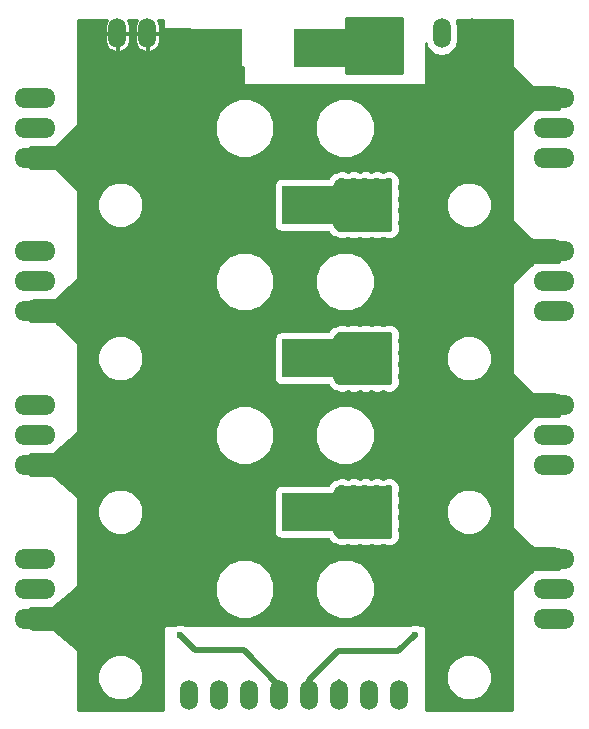
<source format=gbr>
G04 #@! TF.FileFunction,Copper,L2,Bot,Signal*
%FSLAX46Y46*%
G04 Gerber Fmt 4.6, Leading zero omitted, Abs format (unit mm)*
G04 Created by KiCad (PCBNEW 4.0.4-stable) date 11/29/17 11:53:15*
%MOMM*%
%LPD*%
G01*
G04 APERTURE LIST*
%ADD10C,0.100000*%
%ADD11O,3.500120X1.699260*%
%ADD12O,1.520000X2.520000*%
%ADD13R,4.500000X3.300000*%
%ADD14C,0.600000*%
%ADD15C,2.000000*%
%ADD16C,0.250000*%
%ADD17C,0.350000*%
%ADD18C,0.500000*%
%ADD19C,0.254000*%
G04 APERTURE END LIST*
D10*
D11*
X177000000Y-93000000D03*
X177000000Y-95540000D03*
X177000000Y-90460000D03*
X177000000Y-80000000D03*
X177000000Y-82540000D03*
X177000000Y-77460000D03*
X133000000Y-80000000D03*
X133000000Y-77460000D03*
X133000000Y-82540000D03*
D12*
X140000000Y-72000000D03*
X142540000Y-72000000D03*
X170000000Y-72000000D03*
X167460000Y-72000000D03*
D11*
X177000000Y-119000000D03*
X177000000Y-121540000D03*
X177000000Y-116460000D03*
X177000000Y-106000000D03*
X177000000Y-108540000D03*
X177000000Y-103460000D03*
X133000000Y-93000000D03*
X133000000Y-90460000D03*
X133000000Y-95540000D03*
X133000000Y-106000000D03*
X133000000Y-103460000D03*
X133000000Y-108540000D03*
X133000000Y-119000000D03*
X133000000Y-116460000D03*
X133000000Y-121540000D03*
D12*
X146100000Y-128000000D03*
X148640000Y-128000000D03*
X151180000Y-128000000D03*
X153720000Y-128000000D03*
X156260000Y-128000000D03*
X158800000Y-128000000D03*
X161340000Y-128000000D03*
X163880000Y-128000000D03*
D13*
X157150000Y-73250000D03*
X148350000Y-73250000D03*
X156150000Y-86500000D03*
X147350000Y-86500000D03*
X156150000Y-99500000D03*
X147350000Y-99500000D03*
X156150000Y-112500000D03*
X147350000Y-112500000D03*
D14*
X142900000Y-77500000D03*
X142000000Y-77500000D03*
X141100000Y-77500000D03*
X141900000Y-93000000D03*
X141900000Y-106100000D03*
X141900000Y-119100000D03*
X168100000Y-119100000D03*
X169000000Y-119100000D03*
X169900000Y-119100000D03*
X168100000Y-80000000D03*
X169000000Y-80000000D03*
X169900000Y-80000000D03*
X168100000Y-93100000D03*
X169000000Y-93100000D03*
X169900000Y-93100000D03*
X168100000Y-106100000D03*
X169000000Y-106100000D03*
X169900000Y-106100000D03*
X140100000Y-93000000D03*
X141000000Y-93000000D03*
X141000000Y-106100000D03*
X140100000Y-106100000D03*
X140100000Y-119100000D03*
X141000000Y-119100000D03*
X159000000Y-114500000D03*
X160000000Y-114500000D03*
X161000000Y-114500000D03*
X162000000Y-114500000D03*
X163000000Y-114500000D03*
X163000000Y-113500000D03*
X163000000Y-112500000D03*
X163000000Y-111500000D03*
X163000000Y-110500000D03*
X162000000Y-110500000D03*
X161000000Y-110500000D03*
X160000000Y-110500000D03*
X159000000Y-110500000D03*
X159000000Y-111500000D03*
X160000000Y-111500000D03*
X161000000Y-111500000D03*
X162000000Y-111500000D03*
X162000000Y-112500000D03*
X161000000Y-112500000D03*
X160000000Y-112500000D03*
X159000000Y-112500000D03*
X159000000Y-113500000D03*
X160000000Y-113500000D03*
X161000000Y-113500000D03*
X162000000Y-113500000D03*
X159000000Y-101500000D03*
X160000000Y-101500000D03*
X161000000Y-101500000D03*
X162000000Y-101500000D03*
X163000000Y-101500000D03*
X163000000Y-100500000D03*
X163000000Y-99500000D03*
X163000000Y-98500000D03*
X163000000Y-97500000D03*
X162000000Y-97500000D03*
X161000000Y-97500000D03*
X160000000Y-97500000D03*
X159000000Y-97500000D03*
X159000000Y-98500000D03*
X160000000Y-98500000D03*
X161000000Y-98500000D03*
X162000000Y-98500000D03*
X162000000Y-99500000D03*
X161000000Y-99500000D03*
X160000000Y-99500000D03*
X159000000Y-99500000D03*
X159000000Y-100500000D03*
X160000000Y-100500000D03*
X161000000Y-100500000D03*
X162000000Y-100500000D03*
X163000000Y-88500000D03*
X163000000Y-87500000D03*
X163000000Y-86500000D03*
X163000000Y-85500000D03*
X163000000Y-84500000D03*
X162000000Y-84500000D03*
X161000000Y-84500000D03*
X160000000Y-84500000D03*
X159000000Y-84500000D03*
X162000000Y-88500000D03*
X159000000Y-88500000D03*
X160000000Y-88500000D03*
X161000000Y-88500000D03*
X159000000Y-85500000D03*
X160000000Y-85500000D03*
X161000000Y-85500000D03*
X162000000Y-85500000D03*
X162000000Y-86500000D03*
X161000000Y-86500000D03*
X160000000Y-86500000D03*
X159000000Y-86500000D03*
X159000000Y-87500000D03*
X160000000Y-87500000D03*
X161000000Y-87500000D03*
X162000000Y-87500000D03*
X163750000Y-75000000D03*
X163750000Y-74000000D03*
X163750000Y-73000000D03*
X163750000Y-72000000D03*
X163750000Y-71000000D03*
X159750000Y-71000000D03*
X160750000Y-71000000D03*
X161750000Y-71000000D03*
X162750000Y-71000000D03*
X159750000Y-75000000D03*
X161750000Y-75000000D03*
X160750000Y-75000000D03*
X162750000Y-75000000D03*
X162750000Y-73000000D03*
X161750000Y-73000000D03*
X160750000Y-73000000D03*
X159750000Y-73000000D03*
X159750000Y-74000000D03*
X160750000Y-74000000D03*
X161750000Y-74000000D03*
X162750000Y-74000000D03*
X159750000Y-72000000D03*
X160750000Y-72000000D03*
X161750000Y-72000000D03*
X162750000Y-72000000D03*
X165200000Y-122900000D03*
X145300000Y-122900000D03*
D15*
X177000000Y-90460000D02*
X172540000Y-90460000D01*
X172540000Y-90460000D02*
X172500000Y-90500000D01*
D16*
X142000000Y-77500000D02*
X142900000Y-77500000D01*
X142000000Y-77500000D02*
X141100000Y-77500000D01*
X141000000Y-93000000D02*
X141900000Y-93000000D01*
X141000000Y-106100000D02*
X141900000Y-106100000D01*
X141000000Y-119100000D02*
X141900000Y-119100000D01*
X169000000Y-119100000D02*
X168100000Y-119100000D01*
X169000000Y-119100000D02*
X169900000Y-119100000D01*
X169000000Y-80000000D02*
X168100000Y-80000000D01*
X169000000Y-80000000D02*
X169900000Y-80000000D01*
X169000000Y-93100000D02*
X168100000Y-93100000D01*
X169000000Y-93100000D02*
X169900000Y-93100000D01*
X169000000Y-106100000D02*
X168100000Y-106100000D01*
X169000000Y-106100000D02*
X169900000Y-106100000D01*
D15*
X133000000Y-82540000D02*
X137710000Y-82540000D01*
X137710000Y-82540000D02*
X137750000Y-82500000D01*
D16*
X141000000Y-93000000D02*
X140100000Y-93000000D01*
X141000000Y-106100000D02*
X142000000Y-106100000D01*
X141000000Y-106100000D02*
X140100000Y-106100000D01*
X141000000Y-106100000D02*
X142000000Y-106100000D01*
X141000000Y-119100000D02*
X140100000Y-119100000D01*
X148350000Y-73250000D02*
X146000000Y-73250000D01*
X144750000Y-72000000D02*
X142540000Y-72000000D01*
X146000000Y-73250000D02*
X144750000Y-72000000D01*
D15*
X177000000Y-77460000D02*
X172290000Y-77460000D01*
X172290000Y-77460000D02*
X172250000Y-77500000D01*
X133000000Y-108540000D02*
X137210000Y-108540000D01*
X137210000Y-108540000D02*
X137250000Y-108500000D01*
X133000000Y-121540000D02*
X137960000Y-121540000D01*
X137960000Y-121540000D02*
X138000000Y-121500000D01*
X177000000Y-116460000D02*
X172290000Y-116460000D01*
X172290000Y-116460000D02*
X172250000Y-116500000D01*
X177000000Y-103460000D02*
X172460000Y-103460000D01*
X172460000Y-103460000D02*
X172250000Y-103250000D01*
X133000000Y-95540000D02*
X137460000Y-95540000D01*
X137460000Y-95540000D02*
X137500000Y-95500000D01*
D16*
X158500000Y-114500000D02*
X159000000Y-114500000D01*
X161000000Y-114500000D02*
X160000000Y-114500000D01*
X158500000Y-110500000D02*
X159000000Y-110500000D01*
X163000000Y-113500000D02*
X163000000Y-112500000D01*
X163000000Y-111500000D02*
X163000000Y-110500000D01*
X162000000Y-110500000D02*
X161000000Y-110500000D01*
X160000000Y-110500000D02*
X159000000Y-110500000D01*
X163000000Y-114500000D02*
X162000000Y-114500000D01*
X156150000Y-112500000D02*
X158000000Y-112500000D01*
X158000000Y-112500000D02*
X159000000Y-111500000D01*
X160000000Y-111500000D02*
X161000000Y-111500000D01*
X162000000Y-111500000D02*
X162000000Y-112500000D01*
X161000000Y-112500000D02*
X160000000Y-112500000D01*
X159000000Y-112500000D02*
X159000000Y-113500000D01*
X160000000Y-113500000D02*
X161000000Y-113500000D01*
X162000000Y-113500000D02*
X162000000Y-114500000D01*
X158500000Y-101500000D02*
X159000000Y-101500000D01*
X161000000Y-101500000D02*
X160000000Y-101500000D01*
X158500000Y-97500000D02*
X159000000Y-97500000D01*
X163000000Y-100500000D02*
X163000000Y-99500000D01*
X163000000Y-98500000D02*
X163000000Y-97500000D01*
X162000000Y-97500000D02*
X161000000Y-97500000D01*
X160000000Y-97500000D02*
X159000000Y-97500000D01*
X163000000Y-101500000D02*
X162000000Y-101500000D01*
X156150000Y-99500000D02*
X158000000Y-99500000D01*
X158000000Y-99500000D02*
X159000000Y-98500000D01*
X160000000Y-98500000D02*
X161000000Y-98500000D01*
X162000000Y-98500000D02*
X162000000Y-99500000D01*
X161000000Y-99500000D02*
X160000000Y-99500000D01*
X159000000Y-99500000D02*
X159000000Y-100500000D01*
X160000000Y-100500000D02*
X161000000Y-100500000D01*
X162000000Y-100500000D02*
X162000000Y-101500000D01*
X158500000Y-84500000D02*
X159000000Y-84500000D01*
X163000000Y-88500000D02*
X163000000Y-87500000D01*
X163000000Y-86500000D02*
X163000000Y-85500000D01*
X163000000Y-84500000D02*
X162000000Y-84500000D01*
X161000000Y-84500000D02*
X160000000Y-84500000D01*
X158500000Y-88500000D02*
X159000000Y-88500000D01*
X161000000Y-88500000D02*
X160000000Y-88500000D01*
X156150000Y-86250000D02*
X158250000Y-86250000D01*
X158250000Y-86250000D02*
X159000000Y-85500000D01*
X160000000Y-85500000D02*
X161000000Y-85500000D01*
X162000000Y-85500000D02*
X162000000Y-86500000D01*
X161000000Y-86500000D02*
X160000000Y-86500000D01*
X159000000Y-86500000D02*
X159000000Y-87500000D01*
X160000000Y-87500000D02*
X161000000Y-87500000D01*
X162000000Y-87500000D02*
X162000000Y-88500000D01*
D17*
X162750000Y-71000000D02*
X163750000Y-71000000D01*
X163750000Y-74000000D02*
X163750000Y-75000000D01*
X163750000Y-72000000D02*
X163750000Y-73000000D01*
X162750000Y-72000000D02*
X162750000Y-71000000D01*
X161750000Y-71000000D02*
X160750000Y-71000000D01*
D16*
X161750000Y-75000000D02*
X160750000Y-75000000D01*
X162750000Y-72000000D02*
X162750000Y-73000000D01*
X161750000Y-73000000D02*
X160750000Y-73000000D01*
X159750000Y-73000000D02*
X159750000Y-74000000D01*
X160750000Y-74000000D02*
X161750000Y-74000000D01*
X162750000Y-74000000D02*
X162750000Y-75000000D01*
X157150000Y-73500000D02*
X158250000Y-73500000D01*
X158250000Y-73500000D02*
X159750000Y-72000000D01*
X160750000Y-72000000D02*
X161750000Y-72000000D01*
D18*
X158800000Y-128000000D02*
X158800000Y-127200000D01*
X158800000Y-128000000D02*
X158800000Y-126950000D01*
X156260000Y-128000000D02*
X156260000Y-126740000D01*
X156260000Y-126740000D02*
X158700000Y-124300000D01*
X163800000Y-124300000D02*
X165200000Y-122900000D01*
X158700000Y-124300000D02*
X163800000Y-124300000D01*
X156260000Y-128000000D02*
X156260000Y-127490000D01*
X153720000Y-128000000D02*
X153720000Y-127220000D01*
X153720000Y-127220000D02*
X150700000Y-124200000D01*
X146600000Y-124200000D02*
X145300000Y-122900000D01*
X150700000Y-124200000D02*
X146600000Y-124200000D01*
X153720000Y-126970000D02*
X153720000Y-128000000D01*
X151180000Y-128000000D02*
X151180000Y-127430000D01*
D19*
G36*
X164123000Y-75373000D02*
X159377000Y-75373000D01*
X159377000Y-70710000D01*
X164123000Y-70710000D01*
X164123000Y-75373000D01*
X164123000Y-75373000D01*
G37*
X164123000Y-75373000D02*
X159377000Y-75373000D01*
X159377000Y-70710000D01*
X164123000Y-70710000D01*
X164123000Y-75373000D01*
G36*
X139002507Y-71059332D02*
X138909800Y-71474600D01*
X138909800Y-71974600D01*
X139974600Y-71974600D01*
X139974600Y-71954600D01*
X140025400Y-71954600D01*
X140025400Y-71974600D01*
X141090200Y-71974600D01*
X141090200Y-71474600D01*
X140997493Y-71059332D01*
X140869421Y-70877000D01*
X141670579Y-70877000D01*
X141542507Y-71059332D01*
X141449800Y-71474600D01*
X141449800Y-71974600D01*
X142514600Y-71974600D01*
X142514600Y-71954600D01*
X142565400Y-71954600D01*
X142565400Y-71974600D01*
X143630200Y-71974600D01*
X143630200Y-71474600D01*
X143537493Y-71059332D01*
X143409421Y-70877000D01*
X143873000Y-70877000D01*
X143873000Y-71500000D01*
X143883006Y-71549410D01*
X143911447Y-71591035D01*
X143953841Y-71618315D01*
X144000000Y-71627000D01*
X146123000Y-71627000D01*
X146123000Y-74750000D01*
X146133006Y-74799410D01*
X146161447Y-74841035D01*
X146203841Y-74868315D01*
X146250000Y-74877000D01*
X150623000Y-74877000D01*
X150623000Y-76250000D01*
X150633006Y-76299410D01*
X150661447Y-76341035D01*
X150703841Y-76368315D01*
X150750000Y-76377000D01*
X166000000Y-76377000D01*
X166049410Y-76366994D01*
X166091035Y-76338553D01*
X166118315Y-76296159D01*
X166127000Y-76250000D01*
X166127000Y-72848820D01*
X166171188Y-73070968D01*
X166473586Y-73523539D01*
X166926157Y-73825937D01*
X167460000Y-73932125D01*
X167993843Y-73825937D01*
X168446414Y-73523539D01*
X168748812Y-73070968D01*
X168855000Y-72537125D01*
X168855000Y-71462875D01*
X168748812Y-70929032D01*
X168714045Y-70877000D01*
X173373000Y-70877000D01*
X173373000Y-74750000D01*
X173383006Y-74799410D01*
X173410197Y-74839803D01*
X175160197Y-76589803D01*
X175202211Y-76617666D01*
X175250000Y-76627000D01*
X177373000Y-76627000D01*
X177373000Y-78373000D01*
X175250000Y-78373000D01*
X175200590Y-78383006D01*
X175160197Y-78410197D01*
X173410197Y-80160197D01*
X173382334Y-80202211D01*
X173373000Y-80250000D01*
X173373000Y-87750000D01*
X173383006Y-87799410D01*
X173410197Y-87839803D01*
X175160197Y-89589803D01*
X175202211Y-89617666D01*
X175250000Y-89627000D01*
X177373000Y-89627000D01*
X177373000Y-91373000D01*
X175250000Y-91373000D01*
X175200590Y-91383006D01*
X175160197Y-91410197D01*
X173410197Y-93160197D01*
X173382334Y-93202211D01*
X173373000Y-93250000D01*
X173373000Y-100750000D01*
X173383006Y-100799410D01*
X173410197Y-100839803D01*
X175160197Y-102589803D01*
X175202211Y-102617666D01*
X175250000Y-102627000D01*
X177373000Y-102627000D01*
X177373000Y-104373000D01*
X175250000Y-104373000D01*
X175200590Y-104383006D01*
X175160197Y-104410197D01*
X173410197Y-106160197D01*
X173382334Y-106202211D01*
X173373000Y-106250000D01*
X173373000Y-113750000D01*
X173383006Y-113799410D01*
X173410197Y-113839803D01*
X175160197Y-115589803D01*
X175202211Y-115617666D01*
X175250000Y-115627000D01*
X177373000Y-115627000D01*
X177373000Y-117373000D01*
X175250000Y-117373000D01*
X175200590Y-117383006D01*
X175160197Y-117410197D01*
X173410197Y-119160197D01*
X173382334Y-119202211D01*
X173373000Y-119250000D01*
X173373000Y-129290000D01*
X166127000Y-129290000D01*
X166127000Y-126883207D01*
X167814665Y-126883207D01*
X168108630Y-127594658D01*
X168652479Y-128139457D01*
X169363416Y-128434663D01*
X170133207Y-128435335D01*
X170844658Y-128141370D01*
X171389457Y-127597521D01*
X171684663Y-126886584D01*
X171685335Y-126116793D01*
X171391370Y-125405342D01*
X170847521Y-124860543D01*
X170136584Y-124565337D01*
X169366793Y-124564665D01*
X168655342Y-124858630D01*
X168110543Y-125402479D01*
X167815337Y-126113416D01*
X167814665Y-126883207D01*
X166127000Y-126883207D01*
X166127000Y-123105675D01*
X166134838Y-123086799D01*
X166135162Y-122714833D01*
X166127000Y-122695079D01*
X166127000Y-122250000D01*
X166116994Y-122200590D01*
X166088553Y-122158965D01*
X166046159Y-122131685D01*
X166000000Y-122123000D01*
X165745493Y-122123000D01*
X165730327Y-122107808D01*
X165386799Y-121965162D01*
X165014833Y-121964838D01*
X164671057Y-122106883D01*
X164654912Y-122123000D01*
X145845493Y-122123000D01*
X145830327Y-122107808D01*
X145486799Y-121965162D01*
X145114833Y-121964838D01*
X144771057Y-122106883D01*
X144754912Y-122123000D01*
X144000000Y-122123000D01*
X143950590Y-122133006D01*
X143908965Y-122161447D01*
X143881685Y-122203841D01*
X143873000Y-122250000D01*
X143873000Y-129290000D01*
X136627000Y-129290000D01*
X136627000Y-126883207D01*
X138314665Y-126883207D01*
X138608630Y-127594658D01*
X139152479Y-128139457D01*
X139863416Y-128434663D01*
X140633207Y-128435335D01*
X141344658Y-128141370D01*
X141889457Y-127597521D01*
X142184663Y-126886584D01*
X142185335Y-126116793D01*
X141891370Y-125405342D01*
X141347521Y-124860543D01*
X140636584Y-124565337D01*
X139866793Y-124564665D01*
X139155342Y-124858630D01*
X138610543Y-125402479D01*
X138315337Y-126113416D01*
X138314665Y-126883207D01*
X136627000Y-126883207D01*
X136627000Y-124250000D01*
X136616994Y-124200590D01*
X136583630Y-124154423D01*
X134583630Y-122404423D01*
X134539856Y-122379416D01*
X134500000Y-122373000D01*
X132627000Y-122373000D01*
X132627000Y-120627000D01*
X134500000Y-120627000D01*
X134549410Y-120616994D01*
X134583630Y-120595577D01*
X135833415Y-119502015D01*
X148228641Y-119502015D01*
X148613746Y-120434041D01*
X149326208Y-121147748D01*
X150257561Y-121534479D01*
X151266015Y-121535359D01*
X152198041Y-121150254D01*
X152911748Y-120437792D01*
X153298479Y-119506439D01*
X153298482Y-119502015D01*
X156700641Y-119502015D01*
X157085746Y-120434041D01*
X157798208Y-121147748D01*
X158729561Y-121534479D01*
X159738015Y-121535359D01*
X160670041Y-121150254D01*
X161383748Y-120437792D01*
X161770479Y-119506439D01*
X161771359Y-118497985D01*
X161386254Y-117565959D01*
X160673792Y-116852252D01*
X159742439Y-116465521D01*
X158733985Y-116464641D01*
X157801959Y-116849746D01*
X157088252Y-117562208D01*
X156701521Y-118493561D01*
X156700641Y-119502015D01*
X153298482Y-119502015D01*
X153299359Y-118497985D01*
X152914254Y-117565959D01*
X152201792Y-116852252D01*
X151270439Y-116465521D01*
X150261985Y-116464641D01*
X149329959Y-116849746D01*
X148616252Y-117562208D01*
X148229521Y-118493561D01*
X148228641Y-119502015D01*
X135833415Y-119502015D01*
X136583630Y-118845577D01*
X136614226Y-118805510D01*
X136627000Y-118750000D01*
X136627000Y-112883207D01*
X138314665Y-112883207D01*
X138608630Y-113594658D01*
X139152479Y-114139457D01*
X139863416Y-114434663D01*
X140633207Y-114435335D01*
X141344658Y-114141370D01*
X141889457Y-113597521D01*
X142184663Y-112886584D01*
X142185335Y-112116793D01*
X141891370Y-111405342D01*
X141347521Y-110860543D01*
X141322131Y-110850000D01*
X153252560Y-110850000D01*
X153252560Y-114150000D01*
X153296838Y-114385317D01*
X153435910Y-114601441D01*
X153648110Y-114746431D01*
X153900000Y-114797440D01*
X157802263Y-114797440D01*
X157962599Y-115037401D01*
X158209161Y-115202148D01*
X158422061Y-115244497D01*
X158469673Y-115292192D01*
X158813201Y-115434838D01*
X159185167Y-115435162D01*
X159500351Y-115304931D01*
X159813201Y-115434838D01*
X160185167Y-115435162D01*
X160500351Y-115304931D01*
X160813201Y-115434838D01*
X161185167Y-115435162D01*
X161500351Y-115304931D01*
X161813201Y-115434838D01*
X162185167Y-115435162D01*
X162500351Y-115304931D01*
X162813201Y-115434838D01*
X163185167Y-115435162D01*
X163528943Y-115293117D01*
X163792192Y-115030327D01*
X163934838Y-114686799D01*
X163935162Y-114314833D01*
X163804931Y-113999649D01*
X163934838Y-113686799D01*
X163935162Y-113314833D01*
X163804931Y-112999649D01*
X163853282Y-112883207D01*
X167814665Y-112883207D01*
X168108630Y-113594658D01*
X168652479Y-114139457D01*
X169363416Y-114434663D01*
X170133207Y-114435335D01*
X170844658Y-114141370D01*
X171389457Y-113597521D01*
X171684663Y-112886584D01*
X171685335Y-112116793D01*
X171391370Y-111405342D01*
X170847521Y-110860543D01*
X170136584Y-110565337D01*
X169366793Y-110564665D01*
X168655342Y-110858630D01*
X168110543Y-111402479D01*
X167815337Y-112113416D01*
X167814665Y-112883207D01*
X163853282Y-112883207D01*
X163934838Y-112686799D01*
X163935162Y-112314833D01*
X163804931Y-111999649D01*
X163934838Y-111686799D01*
X163935162Y-111314833D01*
X163804931Y-110999649D01*
X163934838Y-110686799D01*
X163935162Y-110314833D01*
X163793117Y-109971057D01*
X163530327Y-109707808D01*
X163186799Y-109565162D01*
X162814833Y-109564838D01*
X162499649Y-109695069D01*
X162186799Y-109565162D01*
X161814833Y-109564838D01*
X161499649Y-109695069D01*
X161186799Y-109565162D01*
X160814833Y-109564838D01*
X160499649Y-109695069D01*
X160186799Y-109565162D01*
X159814833Y-109564838D01*
X159499649Y-109695069D01*
X159186799Y-109565162D01*
X158814833Y-109564838D01*
X158471057Y-109706883D01*
X158422424Y-109755431D01*
X158209161Y-109797852D01*
X157962599Y-109962599D01*
X157802263Y-110202560D01*
X153900000Y-110202560D01*
X153664683Y-110246838D01*
X153448559Y-110385910D01*
X153303569Y-110598110D01*
X153252560Y-110850000D01*
X141322131Y-110850000D01*
X140636584Y-110565337D01*
X139866793Y-110564665D01*
X139155342Y-110858630D01*
X138610543Y-111402479D01*
X138315337Y-112113416D01*
X138314665Y-112883207D01*
X136627000Y-112883207D01*
X136627000Y-111250000D01*
X136616994Y-111200590D01*
X136583630Y-111154423D01*
X134583630Y-109404423D01*
X134539856Y-109379416D01*
X134500000Y-109373000D01*
X132627000Y-109373000D01*
X132627000Y-107627000D01*
X134500000Y-107627000D01*
X134549410Y-107616994D01*
X134583630Y-107595577D01*
X135833415Y-106502015D01*
X148228641Y-106502015D01*
X148613746Y-107434041D01*
X149326208Y-108147748D01*
X150257561Y-108534479D01*
X151266015Y-108535359D01*
X152198041Y-108150254D01*
X152911748Y-107437792D01*
X153298479Y-106506439D01*
X153298482Y-106502015D01*
X156700641Y-106502015D01*
X157085746Y-107434041D01*
X157798208Y-108147748D01*
X158729561Y-108534479D01*
X159738015Y-108535359D01*
X160670041Y-108150254D01*
X161383748Y-107437792D01*
X161770479Y-106506439D01*
X161771359Y-105497985D01*
X161386254Y-104565959D01*
X160673792Y-103852252D01*
X159742439Y-103465521D01*
X158733985Y-103464641D01*
X157801959Y-103849746D01*
X157088252Y-104562208D01*
X156701521Y-105493561D01*
X156700641Y-106502015D01*
X153298482Y-106502015D01*
X153299359Y-105497985D01*
X152914254Y-104565959D01*
X152201792Y-103852252D01*
X151270439Y-103465521D01*
X150261985Y-103464641D01*
X149329959Y-103849746D01*
X148616252Y-104562208D01*
X148229521Y-105493561D01*
X148228641Y-106502015D01*
X135833415Y-106502015D01*
X136583630Y-105845577D01*
X136614226Y-105805510D01*
X136627000Y-105750000D01*
X136627000Y-99883207D01*
X138314665Y-99883207D01*
X138608630Y-100594658D01*
X139152479Y-101139457D01*
X139863416Y-101434663D01*
X140633207Y-101435335D01*
X141344658Y-101141370D01*
X141889457Y-100597521D01*
X142184663Y-99886584D01*
X142185335Y-99116793D01*
X141891370Y-98405342D01*
X141347521Y-97860543D01*
X141322131Y-97850000D01*
X153252560Y-97850000D01*
X153252560Y-101150000D01*
X153296838Y-101385317D01*
X153435910Y-101601441D01*
X153648110Y-101746431D01*
X153900000Y-101797440D01*
X157802263Y-101797440D01*
X157962599Y-102037401D01*
X158209161Y-102202148D01*
X158422061Y-102244497D01*
X158469673Y-102292192D01*
X158813201Y-102434838D01*
X159185167Y-102435162D01*
X159500351Y-102304931D01*
X159813201Y-102434838D01*
X160185167Y-102435162D01*
X160500351Y-102304931D01*
X160813201Y-102434838D01*
X161185167Y-102435162D01*
X161500351Y-102304931D01*
X161813201Y-102434838D01*
X162185167Y-102435162D01*
X162500351Y-102304931D01*
X162813201Y-102434838D01*
X163185167Y-102435162D01*
X163528943Y-102293117D01*
X163792192Y-102030327D01*
X163934838Y-101686799D01*
X163935162Y-101314833D01*
X163804931Y-100999649D01*
X163934838Y-100686799D01*
X163935162Y-100314833D01*
X163804931Y-99999649D01*
X163853282Y-99883207D01*
X167814665Y-99883207D01*
X168108630Y-100594658D01*
X168652479Y-101139457D01*
X169363416Y-101434663D01*
X170133207Y-101435335D01*
X170844658Y-101141370D01*
X171389457Y-100597521D01*
X171684663Y-99886584D01*
X171685335Y-99116793D01*
X171391370Y-98405342D01*
X170847521Y-97860543D01*
X170136584Y-97565337D01*
X169366793Y-97564665D01*
X168655342Y-97858630D01*
X168110543Y-98402479D01*
X167815337Y-99113416D01*
X167814665Y-99883207D01*
X163853282Y-99883207D01*
X163934838Y-99686799D01*
X163935162Y-99314833D01*
X163804931Y-98999649D01*
X163934838Y-98686799D01*
X163935162Y-98314833D01*
X163804931Y-97999649D01*
X163934838Y-97686799D01*
X163935162Y-97314833D01*
X163793117Y-96971057D01*
X163530327Y-96707808D01*
X163186799Y-96565162D01*
X162814833Y-96564838D01*
X162499649Y-96695069D01*
X162186799Y-96565162D01*
X161814833Y-96564838D01*
X161499649Y-96695069D01*
X161186799Y-96565162D01*
X160814833Y-96564838D01*
X160499649Y-96695069D01*
X160186799Y-96565162D01*
X159814833Y-96564838D01*
X159499649Y-96695069D01*
X159186799Y-96565162D01*
X158814833Y-96564838D01*
X158471057Y-96706883D01*
X158422424Y-96755431D01*
X158209161Y-96797852D01*
X157962599Y-96962599D01*
X157802263Y-97202560D01*
X153900000Y-97202560D01*
X153664683Y-97246838D01*
X153448559Y-97385910D01*
X153303569Y-97598110D01*
X153252560Y-97850000D01*
X141322131Y-97850000D01*
X140636584Y-97565337D01*
X139866793Y-97564665D01*
X139155342Y-97858630D01*
X138610543Y-98402479D01*
X138315337Y-99113416D01*
X138314665Y-99883207D01*
X136627000Y-99883207D01*
X136627000Y-98250000D01*
X136616994Y-98200590D01*
X136589803Y-98160197D01*
X134839803Y-96410197D01*
X134797789Y-96382334D01*
X134750000Y-96373000D01*
X132627000Y-96373000D01*
X132627000Y-94627000D01*
X134750000Y-94627000D01*
X134799410Y-94616994D01*
X134839803Y-94589803D01*
X135927591Y-93502015D01*
X148228641Y-93502015D01*
X148613746Y-94434041D01*
X149326208Y-95147748D01*
X150257561Y-95534479D01*
X151266015Y-95535359D01*
X152198041Y-95150254D01*
X152911748Y-94437792D01*
X153298479Y-93506439D01*
X153298482Y-93502015D01*
X156700641Y-93502015D01*
X157085746Y-94434041D01*
X157798208Y-95147748D01*
X158729561Y-95534479D01*
X159738015Y-95535359D01*
X160670041Y-95150254D01*
X161383748Y-94437792D01*
X161770479Y-93506439D01*
X161771359Y-92497985D01*
X161386254Y-91565959D01*
X160673792Y-90852252D01*
X159742439Y-90465521D01*
X158733985Y-90464641D01*
X157801959Y-90849746D01*
X157088252Y-91562208D01*
X156701521Y-92493561D01*
X156700641Y-93502015D01*
X153298482Y-93502015D01*
X153299359Y-92497985D01*
X152914254Y-91565959D01*
X152201792Y-90852252D01*
X151270439Y-90465521D01*
X150261985Y-90464641D01*
X149329959Y-90849746D01*
X148616252Y-91562208D01*
X148229521Y-92493561D01*
X148228641Y-93502015D01*
X135927591Y-93502015D01*
X136589803Y-92839803D01*
X136617666Y-92797789D01*
X136627000Y-92750000D01*
X136627000Y-86883207D01*
X138314665Y-86883207D01*
X138608630Y-87594658D01*
X139152479Y-88139457D01*
X139863416Y-88434663D01*
X140633207Y-88435335D01*
X141344658Y-88141370D01*
X141889457Y-87597521D01*
X142184663Y-86886584D01*
X142185335Y-86116793D01*
X141891370Y-85405342D01*
X141347521Y-84860543D01*
X141322131Y-84850000D01*
X153252560Y-84850000D01*
X153252560Y-88150000D01*
X153296838Y-88385317D01*
X153435910Y-88601441D01*
X153648110Y-88746431D01*
X153900000Y-88797440D01*
X157802263Y-88797440D01*
X157962599Y-89037401D01*
X158209161Y-89202148D01*
X158422061Y-89244497D01*
X158469673Y-89292192D01*
X158813201Y-89434838D01*
X159185167Y-89435162D01*
X159500351Y-89304931D01*
X159813201Y-89434838D01*
X160185167Y-89435162D01*
X160500351Y-89304931D01*
X160813201Y-89434838D01*
X161185167Y-89435162D01*
X161500351Y-89304931D01*
X161813201Y-89434838D01*
X162185167Y-89435162D01*
X162500351Y-89304931D01*
X162813201Y-89434838D01*
X163185167Y-89435162D01*
X163528943Y-89293117D01*
X163792192Y-89030327D01*
X163934838Y-88686799D01*
X163935162Y-88314833D01*
X163804931Y-87999649D01*
X163934838Y-87686799D01*
X163935162Y-87314833D01*
X163804931Y-86999649D01*
X163853282Y-86883207D01*
X167814665Y-86883207D01*
X168108630Y-87594658D01*
X168652479Y-88139457D01*
X169363416Y-88434663D01*
X170133207Y-88435335D01*
X170844658Y-88141370D01*
X171389457Y-87597521D01*
X171684663Y-86886584D01*
X171685335Y-86116793D01*
X171391370Y-85405342D01*
X170847521Y-84860543D01*
X170136584Y-84565337D01*
X169366793Y-84564665D01*
X168655342Y-84858630D01*
X168110543Y-85402479D01*
X167815337Y-86113416D01*
X167814665Y-86883207D01*
X163853282Y-86883207D01*
X163934838Y-86686799D01*
X163935162Y-86314833D01*
X163804931Y-85999649D01*
X163934838Y-85686799D01*
X163935162Y-85314833D01*
X163804931Y-84999649D01*
X163934838Y-84686799D01*
X163935162Y-84314833D01*
X163793117Y-83971057D01*
X163530327Y-83707808D01*
X163186799Y-83565162D01*
X162814833Y-83564838D01*
X162499649Y-83695069D01*
X162186799Y-83565162D01*
X161814833Y-83564838D01*
X161499649Y-83695069D01*
X161186799Y-83565162D01*
X160814833Y-83564838D01*
X160499649Y-83695069D01*
X160186799Y-83565162D01*
X159814833Y-83564838D01*
X159499649Y-83695069D01*
X159186799Y-83565162D01*
X158814833Y-83564838D01*
X158471057Y-83706883D01*
X158422424Y-83755431D01*
X158209161Y-83797852D01*
X157962599Y-83962599D01*
X157802263Y-84202560D01*
X153900000Y-84202560D01*
X153664683Y-84246838D01*
X153448559Y-84385910D01*
X153303569Y-84598110D01*
X153252560Y-84850000D01*
X141322131Y-84850000D01*
X140636584Y-84565337D01*
X139866793Y-84564665D01*
X139155342Y-84858630D01*
X138610543Y-85402479D01*
X138315337Y-86113416D01*
X138314665Y-86883207D01*
X136627000Y-86883207D01*
X136627000Y-85250000D01*
X136616994Y-85200590D01*
X136589803Y-85160197D01*
X134839803Y-83410197D01*
X134797789Y-83382334D01*
X134750000Y-83373000D01*
X132627000Y-83373000D01*
X132627000Y-81627000D01*
X134750000Y-81627000D01*
X134799410Y-81616994D01*
X134839803Y-81589803D01*
X135927591Y-80502015D01*
X148228641Y-80502015D01*
X148613746Y-81434041D01*
X149326208Y-82147748D01*
X150257561Y-82534479D01*
X151266015Y-82535359D01*
X152198041Y-82150254D01*
X152911748Y-81437792D01*
X153298479Y-80506439D01*
X153298482Y-80502015D01*
X156700641Y-80502015D01*
X157085746Y-81434041D01*
X157798208Y-82147748D01*
X158729561Y-82534479D01*
X159738015Y-82535359D01*
X160670041Y-82150254D01*
X161383748Y-81437792D01*
X161770479Y-80506439D01*
X161771359Y-79497985D01*
X161386254Y-78565959D01*
X160673792Y-77852252D01*
X159742439Y-77465521D01*
X158733985Y-77464641D01*
X157801959Y-77849746D01*
X157088252Y-78562208D01*
X156701521Y-79493561D01*
X156700641Y-80502015D01*
X153298482Y-80502015D01*
X153299359Y-79497985D01*
X152914254Y-78565959D01*
X152201792Y-77852252D01*
X151270439Y-77465521D01*
X150261985Y-77464641D01*
X149329959Y-77849746D01*
X148616252Y-78562208D01*
X148229521Y-79493561D01*
X148228641Y-80502015D01*
X135927591Y-80502015D01*
X136589803Y-79839803D01*
X136617666Y-79797789D01*
X136627000Y-79750000D01*
X136627000Y-72025400D01*
X138909800Y-72025400D01*
X138909800Y-72525400D01*
X139002507Y-72940668D01*
X139247073Y-73288848D01*
X139606265Y-73516933D01*
X139804414Y-73572512D01*
X139974600Y-73507330D01*
X139974600Y-72025400D01*
X140025400Y-72025400D01*
X140025400Y-73507330D01*
X140195586Y-73572512D01*
X140393735Y-73516933D01*
X140752927Y-73288848D01*
X140997493Y-72940668D01*
X141090200Y-72525400D01*
X141090200Y-72025400D01*
X141449800Y-72025400D01*
X141449800Y-72525400D01*
X141542507Y-72940668D01*
X141787073Y-73288848D01*
X142146265Y-73516933D01*
X142344414Y-73572512D01*
X142514600Y-73507330D01*
X142514600Y-72025400D01*
X142565400Y-72025400D01*
X142565400Y-73507330D01*
X142735586Y-73572512D01*
X142933735Y-73516933D01*
X143292927Y-73288848D01*
X143537493Y-72940668D01*
X143630200Y-72525400D01*
X143630200Y-72025400D01*
X142565400Y-72025400D01*
X142514600Y-72025400D01*
X141449800Y-72025400D01*
X141090200Y-72025400D01*
X140025400Y-72025400D01*
X139974600Y-72025400D01*
X138909800Y-72025400D01*
X136627000Y-72025400D01*
X136627000Y-70877000D01*
X139130579Y-70877000D01*
X139002507Y-71059332D01*
X139002507Y-71059332D01*
G37*
X139002507Y-71059332D02*
X138909800Y-71474600D01*
X138909800Y-71974600D01*
X139974600Y-71974600D01*
X139974600Y-71954600D01*
X140025400Y-71954600D01*
X140025400Y-71974600D01*
X141090200Y-71974600D01*
X141090200Y-71474600D01*
X140997493Y-71059332D01*
X140869421Y-70877000D01*
X141670579Y-70877000D01*
X141542507Y-71059332D01*
X141449800Y-71474600D01*
X141449800Y-71974600D01*
X142514600Y-71974600D01*
X142514600Y-71954600D01*
X142565400Y-71954600D01*
X142565400Y-71974600D01*
X143630200Y-71974600D01*
X143630200Y-71474600D01*
X143537493Y-71059332D01*
X143409421Y-70877000D01*
X143873000Y-70877000D01*
X143873000Y-71500000D01*
X143883006Y-71549410D01*
X143911447Y-71591035D01*
X143953841Y-71618315D01*
X144000000Y-71627000D01*
X146123000Y-71627000D01*
X146123000Y-74750000D01*
X146133006Y-74799410D01*
X146161447Y-74841035D01*
X146203841Y-74868315D01*
X146250000Y-74877000D01*
X150623000Y-74877000D01*
X150623000Y-76250000D01*
X150633006Y-76299410D01*
X150661447Y-76341035D01*
X150703841Y-76368315D01*
X150750000Y-76377000D01*
X166000000Y-76377000D01*
X166049410Y-76366994D01*
X166091035Y-76338553D01*
X166118315Y-76296159D01*
X166127000Y-76250000D01*
X166127000Y-72848820D01*
X166171188Y-73070968D01*
X166473586Y-73523539D01*
X166926157Y-73825937D01*
X167460000Y-73932125D01*
X167993843Y-73825937D01*
X168446414Y-73523539D01*
X168748812Y-73070968D01*
X168855000Y-72537125D01*
X168855000Y-71462875D01*
X168748812Y-70929032D01*
X168714045Y-70877000D01*
X173373000Y-70877000D01*
X173373000Y-74750000D01*
X173383006Y-74799410D01*
X173410197Y-74839803D01*
X175160197Y-76589803D01*
X175202211Y-76617666D01*
X175250000Y-76627000D01*
X177373000Y-76627000D01*
X177373000Y-78373000D01*
X175250000Y-78373000D01*
X175200590Y-78383006D01*
X175160197Y-78410197D01*
X173410197Y-80160197D01*
X173382334Y-80202211D01*
X173373000Y-80250000D01*
X173373000Y-87750000D01*
X173383006Y-87799410D01*
X173410197Y-87839803D01*
X175160197Y-89589803D01*
X175202211Y-89617666D01*
X175250000Y-89627000D01*
X177373000Y-89627000D01*
X177373000Y-91373000D01*
X175250000Y-91373000D01*
X175200590Y-91383006D01*
X175160197Y-91410197D01*
X173410197Y-93160197D01*
X173382334Y-93202211D01*
X173373000Y-93250000D01*
X173373000Y-100750000D01*
X173383006Y-100799410D01*
X173410197Y-100839803D01*
X175160197Y-102589803D01*
X175202211Y-102617666D01*
X175250000Y-102627000D01*
X177373000Y-102627000D01*
X177373000Y-104373000D01*
X175250000Y-104373000D01*
X175200590Y-104383006D01*
X175160197Y-104410197D01*
X173410197Y-106160197D01*
X173382334Y-106202211D01*
X173373000Y-106250000D01*
X173373000Y-113750000D01*
X173383006Y-113799410D01*
X173410197Y-113839803D01*
X175160197Y-115589803D01*
X175202211Y-115617666D01*
X175250000Y-115627000D01*
X177373000Y-115627000D01*
X177373000Y-117373000D01*
X175250000Y-117373000D01*
X175200590Y-117383006D01*
X175160197Y-117410197D01*
X173410197Y-119160197D01*
X173382334Y-119202211D01*
X173373000Y-119250000D01*
X173373000Y-129290000D01*
X166127000Y-129290000D01*
X166127000Y-126883207D01*
X167814665Y-126883207D01*
X168108630Y-127594658D01*
X168652479Y-128139457D01*
X169363416Y-128434663D01*
X170133207Y-128435335D01*
X170844658Y-128141370D01*
X171389457Y-127597521D01*
X171684663Y-126886584D01*
X171685335Y-126116793D01*
X171391370Y-125405342D01*
X170847521Y-124860543D01*
X170136584Y-124565337D01*
X169366793Y-124564665D01*
X168655342Y-124858630D01*
X168110543Y-125402479D01*
X167815337Y-126113416D01*
X167814665Y-126883207D01*
X166127000Y-126883207D01*
X166127000Y-123105675D01*
X166134838Y-123086799D01*
X166135162Y-122714833D01*
X166127000Y-122695079D01*
X166127000Y-122250000D01*
X166116994Y-122200590D01*
X166088553Y-122158965D01*
X166046159Y-122131685D01*
X166000000Y-122123000D01*
X165745493Y-122123000D01*
X165730327Y-122107808D01*
X165386799Y-121965162D01*
X165014833Y-121964838D01*
X164671057Y-122106883D01*
X164654912Y-122123000D01*
X145845493Y-122123000D01*
X145830327Y-122107808D01*
X145486799Y-121965162D01*
X145114833Y-121964838D01*
X144771057Y-122106883D01*
X144754912Y-122123000D01*
X144000000Y-122123000D01*
X143950590Y-122133006D01*
X143908965Y-122161447D01*
X143881685Y-122203841D01*
X143873000Y-122250000D01*
X143873000Y-129290000D01*
X136627000Y-129290000D01*
X136627000Y-126883207D01*
X138314665Y-126883207D01*
X138608630Y-127594658D01*
X139152479Y-128139457D01*
X139863416Y-128434663D01*
X140633207Y-128435335D01*
X141344658Y-128141370D01*
X141889457Y-127597521D01*
X142184663Y-126886584D01*
X142185335Y-126116793D01*
X141891370Y-125405342D01*
X141347521Y-124860543D01*
X140636584Y-124565337D01*
X139866793Y-124564665D01*
X139155342Y-124858630D01*
X138610543Y-125402479D01*
X138315337Y-126113416D01*
X138314665Y-126883207D01*
X136627000Y-126883207D01*
X136627000Y-124250000D01*
X136616994Y-124200590D01*
X136583630Y-124154423D01*
X134583630Y-122404423D01*
X134539856Y-122379416D01*
X134500000Y-122373000D01*
X132627000Y-122373000D01*
X132627000Y-120627000D01*
X134500000Y-120627000D01*
X134549410Y-120616994D01*
X134583630Y-120595577D01*
X135833415Y-119502015D01*
X148228641Y-119502015D01*
X148613746Y-120434041D01*
X149326208Y-121147748D01*
X150257561Y-121534479D01*
X151266015Y-121535359D01*
X152198041Y-121150254D01*
X152911748Y-120437792D01*
X153298479Y-119506439D01*
X153298482Y-119502015D01*
X156700641Y-119502015D01*
X157085746Y-120434041D01*
X157798208Y-121147748D01*
X158729561Y-121534479D01*
X159738015Y-121535359D01*
X160670041Y-121150254D01*
X161383748Y-120437792D01*
X161770479Y-119506439D01*
X161771359Y-118497985D01*
X161386254Y-117565959D01*
X160673792Y-116852252D01*
X159742439Y-116465521D01*
X158733985Y-116464641D01*
X157801959Y-116849746D01*
X157088252Y-117562208D01*
X156701521Y-118493561D01*
X156700641Y-119502015D01*
X153298482Y-119502015D01*
X153299359Y-118497985D01*
X152914254Y-117565959D01*
X152201792Y-116852252D01*
X151270439Y-116465521D01*
X150261985Y-116464641D01*
X149329959Y-116849746D01*
X148616252Y-117562208D01*
X148229521Y-118493561D01*
X148228641Y-119502015D01*
X135833415Y-119502015D01*
X136583630Y-118845577D01*
X136614226Y-118805510D01*
X136627000Y-118750000D01*
X136627000Y-112883207D01*
X138314665Y-112883207D01*
X138608630Y-113594658D01*
X139152479Y-114139457D01*
X139863416Y-114434663D01*
X140633207Y-114435335D01*
X141344658Y-114141370D01*
X141889457Y-113597521D01*
X142184663Y-112886584D01*
X142185335Y-112116793D01*
X141891370Y-111405342D01*
X141347521Y-110860543D01*
X141322131Y-110850000D01*
X153252560Y-110850000D01*
X153252560Y-114150000D01*
X153296838Y-114385317D01*
X153435910Y-114601441D01*
X153648110Y-114746431D01*
X153900000Y-114797440D01*
X157802263Y-114797440D01*
X157962599Y-115037401D01*
X158209161Y-115202148D01*
X158422061Y-115244497D01*
X158469673Y-115292192D01*
X158813201Y-115434838D01*
X159185167Y-115435162D01*
X159500351Y-115304931D01*
X159813201Y-115434838D01*
X160185167Y-115435162D01*
X160500351Y-115304931D01*
X160813201Y-115434838D01*
X161185167Y-115435162D01*
X161500351Y-115304931D01*
X161813201Y-115434838D01*
X162185167Y-115435162D01*
X162500351Y-115304931D01*
X162813201Y-115434838D01*
X163185167Y-115435162D01*
X163528943Y-115293117D01*
X163792192Y-115030327D01*
X163934838Y-114686799D01*
X163935162Y-114314833D01*
X163804931Y-113999649D01*
X163934838Y-113686799D01*
X163935162Y-113314833D01*
X163804931Y-112999649D01*
X163853282Y-112883207D01*
X167814665Y-112883207D01*
X168108630Y-113594658D01*
X168652479Y-114139457D01*
X169363416Y-114434663D01*
X170133207Y-114435335D01*
X170844658Y-114141370D01*
X171389457Y-113597521D01*
X171684663Y-112886584D01*
X171685335Y-112116793D01*
X171391370Y-111405342D01*
X170847521Y-110860543D01*
X170136584Y-110565337D01*
X169366793Y-110564665D01*
X168655342Y-110858630D01*
X168110543Y-111402479D01*
X167815337Y-112113416D01*
X167814665Y-112883207D01*
X163853282Y-112883207D01*
X163934838Y-112686799D01*
X163935162Y-112314833D01*
X163804931Y-111999649D01*
X163934838Y-111686799D01*
X163935162Y-111314833D01*
X163804931Y-110999649D01*
X163934838Y-110686799D01*
X163935162Y-110314833D01*
X163793117Y-109971057D01*
X163530327Y-109707808D01*
X163186799Y-109565162D01*
X162814833Y-109564838D01*
X162499649Y-109695069D01*
X162186799Y-109565162D01*
X161814833Y-109564838D01*
X161499649Y-109695069D01*
X161186799Y-109565162D01*
X160814833Y-109564838D01*
X160499649Y-109695069D01*
X160186799Y-109565162D01*
X159814833Y-109564838D01*
X159499649Y-109695069D01*
X159186799Y-109565162D01*
X158814833Y-109564838D01*
X158471057Y-109706883D01*
X158422424Y-109755431D01*
X158209161Y-109797852D01*
X157962599Y-109962599D01*
X157802263Y-110202560D01*
X153900000Y-110202560D01*
X153664683Y-110246838D01*
X153448559Y-110385910D01*
X153303569Y-110598110D01*
X153252560Y-110850000D01*
X141322131Y-110850000D01*
X140636584Y-110565337D01*
X139866793Y-110564665D01*
X139155342Y-110858630D01*
X138610543Y-111402479D01*
X138315337Y-112113416D01*
X138314665Y-112883207D01*
X136627000Y-112883207D01*
X136627000Y-111250000D01*
X136616994Y-111200590D01*
X136583630Y-111154423D01*
X134583630Y-109404423D01*
X134539856Y-109379416D01*
X134500000Y-109373000D01*
X132627000Y-109373000D01*
X132627000Y-107627000D01*
X134500000Y-107627000D01*
X134549410Y-107616994D01*
X134583630Y-107595577D01*
X135833415Y-106502015D01*
X148228641Y-106502015D01*
X148613746Y-107434041D01*
X149326208Y-108147748D01*
X150257561Y-108534479D01*
X151266015Y-108535359D01*
X152198041Y-108150254D01*
X152911748Y-107437792D01*
X153298479Y-106506439D01*
X153298482Y-106502015D01*
X156700641Y-106502015D01*
X157085746Y-107434041D01*
X157798208Y-108147748D01*
X158729561Y-108534479D01*
X159738015Y-108535359D01*
X160670041Y-108150254D01*
X161383748Y-107437792D01*
X161770479Y-106506439D01*
X161771359Y-105497985D01*
X161386254Y-104565959D01*
X160673792Y-103852252D01*
X159742439Y-103465521D01*
X158733985Y-103464641D01*
X157801959Y-103849746D01*
X157088252Y-104562208D01*
X156701521Y-105493561D01*
X156700641Y-106502015D01*
X153298482Y-106502015D01*
X153299359Y-105497985D01*
X152914254Y-104565959D01*
X152201792Y-103852252D01*
X151270439Y-103465521D01*
X150261985Y-103464641D01*
X149329959Y-103849746D01*
X148616252Y-104562208D01*
X148229521Y-105493561D01*
X148228641Y-106502015D01*
X135833415Y-106502015D01*
X136583630Y-105845577D01*
X136614226Y-105805510D01*
X136627000Y-105750000D01*
X136627000Y-99883207D01*
X138314665Y-99883207D01*
X138608630Y-100594658D01*
X139152479Y-101139457D01*
X139863416Y-101434663D01*
X140633207Y-101435335D01*
X141344658Y-101141370D01*
X141889457Y-100597521D01*
X142184663Y-99886584D01*
X142185335Y-99116793D01*
X141891370Y-98405342D01*
X141347521Y-97860543D01*
X141322131Y-97850000D01*
X153252560Y-97850000D01*
X153252560Y-101150000D01*
X153296838Y-101385317D01*
X153435910Y-101601441D01*
X153648110Y-101746431D01*
X153900000Y-101797440D01*
X157802263Y-101797440D01*
X157962599Y-102037401D01*
X158209161Y-102202148D01*
X158422061Y-102244497D01*
X158469673Y-102292192D01*
X158813201Y-102434838D01*
X159185167Y-102435162D01*
X159500351Y-102304931D01*
X159813201Y-102434838D01*
X160185167Y-102435162D01*
X160500351Y-102304931D01*
X160813201Y-102434838D01*
X161185167Y-102435162D01*
X161500351Y-102304931D01*
X161813201Y-102434838D01*
X162185167Y-102435162D01*
X162500351Y-102304931D01*
X162813201Y-102434838D01*
X163185167Y-102435162D01*
X163528943Y-102293117D01*
X163792192Y-102030327D01*
X163934838Y-101686799D01*
X163935162Y-101314833D01*
X163804931Y-100999649D01*
X163934838Y-100686799D01*
X163935162Y-100314833D01*
X163804931Y-99999649D01*
X163853282Y-99883207D01*
X167814665Y-99883207D01*
X168108630Y-100594658D01*
X168652479Y-101139457D01*
X169363416Y-101434663D01*
X170133207Y-101435335D01*
X170844658Y-101141370D01*
X171389457Y-100597521D01*
X171684663Y-99886584D01*
X171685335Y-99116793D01*
X171391370Y-98405342D01*
X170847521Y-97860543D01*
X170136584Y-97565337D01*
X169366793Y-97564665D01*
X168655342Y-97858630D01*
X168110543Y-98402479D01*
X167815337Y-99113416D01*
X167814665Y-99883207D01*
X163853282Y-99883207D01*
X163934838Y-99686799D01*
X163935162Y-99314833D01*
X163804931Y-98999649D01*
X163934838Y-98686799D01*
X163935162Y-98314833D01*
X163804931Y-97999649D01*
X163934838Y-97686799D01*
X163935162Y-97314833D01*
X163793117Y-96971057D01*
X163530327Y-96707808D01*
X163186799Y-96565162D01*
X162814833Y-96564838D01*
X162499649Y-96695069D01*
X162186799Y-96565162D01*
X161814833Y-96564838D01*
X161499649Y-96695069D01*
X161186799Y-96565162D01*
X160814833Y-96564838D01*
X160499649Y-96695069D01*
X160186799Y-96565162D01*
X159814833Y-96564838D01*
X159499649Y-96695069D01*
X159186799Y-96565162D01*
X158814833Y-96564838D01*
X158471057Y-96706883D01*
X158422424Y-96755431D01*
X158209161Y-96797852D01*
X157962599Y-96962599D01*
X157802263Y-97202560D01*
X153900000Y-97202560D01*
X153664683Y-97246838D01*
X153448559Y-97385910D01*
X153303569Y-97598110D01*
X153252560Y-97850000D01*
X141322131Y-97850000D01*
X140636584Y-97565337D01*
X139866793Y-97564665D01*
X139155342Y-97858630D01*
X138610543Y-98402479D01*
X138315337Y-99113416D01*
X138314665Y-99883207D01*
X136627000Y-99883207D01*
X136627000Y-98250000D01*
X136616994Y-98200590D01*
X136589803Y-98160197D01*
X134839803Y-96410197D01*
X134797789Y-96382334D01*
X134750000Y-96373000D01*
X132627000Y-96373000D01*
X132627000Y-94627000D01*
X134750000Y-94627000D01*
X134799410Y-94616994D01*
X134839803Y-94589803D01*
X135927591Y-93502015D01*
X148228641Y-93502015D01*
X148613746Y-94434041D01*
X149326208Y-95147748D01*
X150257561Y-95534479D01*
X151266015Y-95535359D01*
X152198041Y-95150254D01*
X152911748Y-94437792D01*
X153298479Y-93506439D01*
X153298482Y-93502015D01*
X156700641Y-93502015D01*
X157085746Y-94434041D01*
X157798208Y-95147748D01*
X158729561Y-95534479D01*
X159738015Y-95535359D01*
X160670041Y-95150254D01*
X161383748Y-94437792D01*
X161770479Y-93506439D01*
X161771359Y-92497985D01*
X161386254Y-91565959D01*
X160673792Y-90852252D01*
X159742439Y-90465521D01*
X158733985Y-90464641D01*
X157801959Y-90849746D01*
X157088252Y-91562208D01*
X156701521Y-92493561D01*
X156700641Y-93502015D01*
X153298482Y-93502015D01*
X153299359Y-92497985D01*
X152914254Y-91565959D01*
X152201792Y-90852252D01*
X151270439Y-90465521D01*
X150261985Y-90464641D01*
X149329959Y-90849746D01*
X148616252Y-91562208D01*
X148229521Y-92493561D01*
X148228641Y-93502015D01*
X135927591Y-93502015D01*
X136589803Y-92839803D01*
X136617666Y-92797789D01*
X136627000Y-92750000D01*
X136627000Y-86883207D01*
X138314665Y-86883207D01*
X138608630Y-87594658D01*
X139152479Y-88139457D01*
X139863416Y-88434663D01*
X140633207Y-88435335D01*
X141344658Y-88141370D01*
X141889457Y-87597521D01*
X142184663Y-86886584D01*
X142185335Y-86116793D01*
X141891370Y-85405342D01*
X141347521Y-84860543D01*
X141322131Y-84850000D01*
X153252560Y-84850000D01*
X153252560Y-88150000D01*
X153296838Y-88385317D01*
X153435910Y-88601441D01*
X153648110Y-88746431D01*
X153900000Y-88797440D01*
X157802263Y-88797440D01*
X157962599Y-89037401D01*
X158209161Y-89202148D01*
X158422061Y-89244497D01*
X158469673Y-89292192D01*
X158813201Y-89434838D01*
X159185167Y-89435162D01*
X159500351Y-89304931D01*
X159813201Y-89434838D01*
X160185167Y-89435162D01*
X160500351Y-89304931D01*
X160813201Y-89434838D01*
X161185167Y-89435162D01*
X161500351Y-89304931D01*
X161813201Y-89434838D01*
X162185167Y-89435162D01*
X162500351Y-89304931D01*
X162813201Y-89434838D01*
X163185167Y-89435162D01*
X163528943Y-89293117D01*
X163792192Y-89030327D01*
X163934838Y-88686799D01*
X163935162Y-88314833D01*
X163804931Y-87999649D01*
X163934838Y-87686799D01*
X163935162Y-87314833D01*
X163804931Y-86999649D01*
X163853282Y-86883207D01*
X167814665Y-86883207D01*
X168108630Y-87594658D01*
X168652479Y-88139457D01*
X169363416Y-88434663D01*
X170133207Y-88435335D01*
X170844658Y-88141370D01*
X171389457Y-87597521D01*
X171684663Y-86886584D01*
X171685335Y-86116793D01*
X171391370Y-85405342D01*
X170847521Y-84860543D01*
X170136584Y-84565337D01*
X169366793Y-84564665D01*
X168655342Y-84858630D01*
X168110543Y-85402479D01*
X167815337Y-86113416D01*
X167814665Y-86883207D01*
X163853282Y-86883207D01*
X163934838Y-86686799D01*
X163935162Y-86314833D01*
X163804931Y-85999649D01*
X163934838Y-85686799D01*
X163935162Y-85314833D01*
X163804931Y-84999649D01*
X163934838Y-84686799D01*
X163935162Y-84314833D01*
X163793117Y-83971057D01*
X163530327Y-83707808D01*
X163186799Y-83565162D01*
X162814833Y-83564838D01*
X162499649Y-83695069D01*
X162186799Y-83565162D01*
X161814833Y-83564838D01*
X161499649Y-83695069D01*
X161186799Y-83565162D01*
X160814833Y-83564838D01*
X160499649Y-83695069D01*
X160186799Y-83565162D01*
X159814833Y-83564838D01*
X159499649Y-83695069D01*
X159186799Y-83565162D01*
X158814833Y-83564838D01*
X158471057Y-83706883D01*
X158422424Y-83755431D01*
X158209161Y-83797852D01*
X157962599Y-83962599D01*
X157802263Y-84202560D01*
X153900000Y-84202560D01*
X153664683Y-84246838D01*
X153448559Y-84385910D01*
X153303569Y-84598110D01*
X153252560Y-84850000D01*
X141322131Y-84850000D01*
X140636584Y-84565337D01*
X139866793Y-84564665D01*
X139155342Y-84858630D01*
X138610543Y-85402479D01*
X138315337Y-86113416D01*
X138314665Y-86883207D01*
X136627000Y-86883207D01*
X136627000Y-85250000D01*
X136616994Y-85200590D01*
X136589803Y-85160197D01*
X134839803Y-83410197D01*
X134797789Y-83382334D01*
X134750000Y-83373000D01*
X132627000Y-83373000D01*
X132627000Y-81627000D01*
X134750000Y-81627000D01*
X134799410Y-81616994D01*
X134839803Y-81589803D01*
X135927591Y-80502015D01*
X148228641Y-80502015D01*
X148613746Y-81434041D01*
X149326208Y-82147748D01*
X150257561Y-82534479D01*
X151266015Y-82535359D01*
X152198041Y-82150254D01*
X152911748Y-81437792D01*
X153298479Y-80506439D01*
X153298482Y-80502015D01*
X156700641Y-80502015D01*
X157085746Y-81434041D01*
X157798208Y-82147748D01*
X158729561Y-82534479D01*
X159738015Y-82535359D01*
X160670041Y-82150254D01*
X161383748Y-81437792D01*
X161770479Y-80506439D01*
X161771359Y-79497985D01*
X161386254Y-78565959D01*
X160673792Y-77852252D01*
X159742439Y-77465521D01*
X158733985Y-77464641D01*
X157801959Y-77849746D01*
X157088252Y-78562208D01*
X156701521Y-79493561D01*
X156700641Y-80502015D01*
X153298482Y-80502015D01*
X153299359Y-79497985D01*
X152914254Y-78565959D01*
X152201792Y-77852252D01*
X151270439Y-77465521D01*
X150261985Y-77464641D01*
X149329959Y-77849746D01*
X148616252Y-78562208D01*
X148229521Y-79493561D01*
X148228641Y-80502015D01*
X135927591Y-80502015D01*
X136589803Y-79839803D01*
X136617666Y-79797789D01*
X136627000Y-79750000D01*
X136627000Y-72025400D01*
X138909800Y-72025400D01*
X138909800Y-72525400D01*
X139002507Y-72940668D01*
X139247073Y-73288848D01*
X139606265Y-73516933D01*
X139804414Y-73572512D01*
X139974600Y-73507330D01*
X139974600Y-72025400D01*
X140025400Y-72025400D01*
X140025400Y-73507330D01*
X140195586Y-73572512D01*
X140393735Y-73516933D01*
X140752927Y-73288848D01*
X140997493Y-72940668D01*
X141090200Y-72525400D01*
X141090200Y-72025400D01*
X141449800Y-72025400D01*
X141449800Y-72525400D01*
X141542507Y-72940668D01*
X141787073Y-73288848D01*
X142146265Y-73516933D01*
X142344414Y-73572512D01*
X142514600Y-73507330D01*
X142514600Y-72025400D01*
X142565400Y-72025400D01*
X142565400Y-73507330D01*
X142735586Y-73572512D01*
X142933735Y-73516933D01*
X143292927Y-73288848D01*
X143537493Y-72940668D01*
X143630200Y-72525400D01*
X143630200Y-72025400D01*
X142565400Y-72025400D01*
X142514600Y-72025400D01*
X141449800Y-72025400D01*
X141090200Y-72025400D01*
X140025400Y-72025400D01*
X139974600Y-72025400D01*
X138909800Y-72025400D01*
X136627000Y-72025400D01*
X136627000Y-70877000D01*
X139130579Y-70877000D01*
X139002507Y-71059332D01*
G36*
X163123000Y-101623000D02*
X158802606Y-101623000D01*
X158377000Y-101197394D01*
X158377000Y-97802606D01*
X158802606Y-97377000D01*
X163123000Y-97377000D01*
X163123000Y-101623000D01*
X163123000Y-101623000D01*
G37*
X163123000Y-101623000D02*
X158802606Y-101623000D01*
X158377000Y-101197394D01*
X158377000Y-97802606D01*
X158802606Y-97377000D01*
X163123000Y-97377000D01*
X163123000Y-101623000D01*
G36*
X163123000Y-114623000D02*
X158802606Y-114623000D01*
X158377000Y-114197394D01*
X158377000Y-110802606D01*
X158802606Y-110377000D01*
X163123000Y-110377000D01*
X163123000Y-114623000D01*
X163123000Y-114623000D01*
G37*
X163123000Y-114623000D02*
X158802606Y-114623000D01*
X158377000Y-114197394D01*
X158377000Y-110802606D01*
X158802606Y-110377000D01*
X163123000Y-110377000D01*
X163123000Y-114623000D01*
G36*
X163123000Y-88623000D02*
X158802606Y-88623000D01*
X158377000Y-88197394D01*
X158377000Y-84802606D01*
X158802606Y-84377000D01*
X163123000Y-84377000D01*
X163123000Y-88623000D01*
X163123000Y-88623000D01*
G37*
X163123000Y-88623000D02*
X158802606Y-88623000D01*
X158377000Y-88197394D01*
X158377000Y-84802606D01*
X158802606Y-84377000D01*
X163123000Y-84377000D01*
X163123000Y-88623000D01*
M02*

</source>
